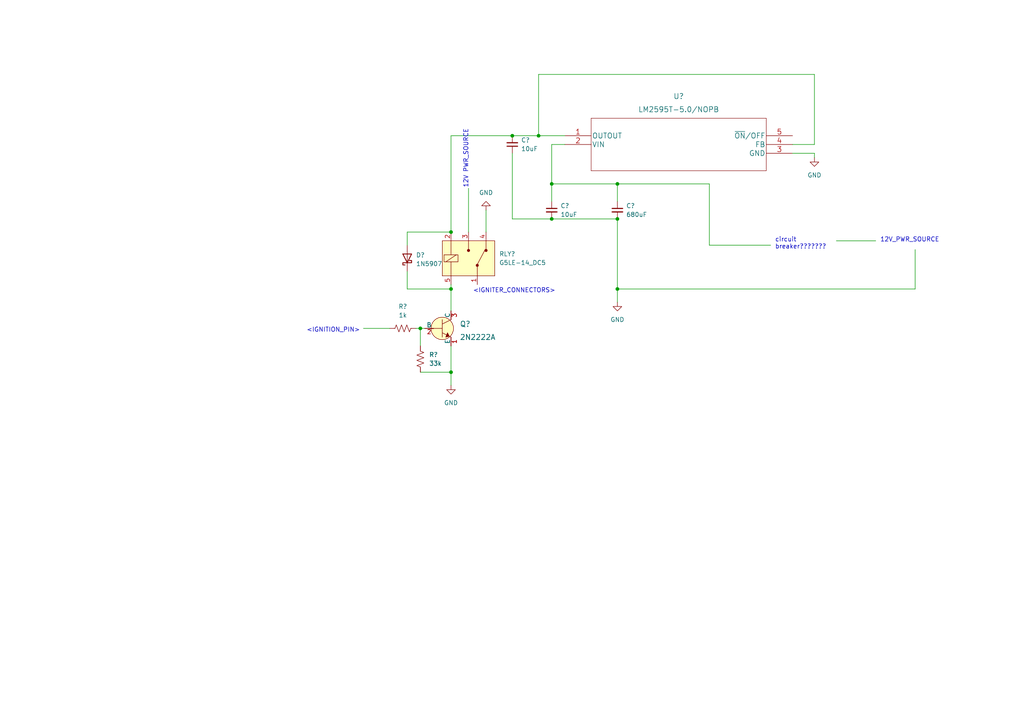
<source format=kicad_sch>
(kicad_sch (version 20211123) (generator eeschema)
  (paper "A4")
  (lib_symbols
    (symbol "Device:C_Small" (pin_numbers hide) (pin_names (offset 0.254) hide)
      (property "Reference" "C" (at 0.254 1.778 0))
      (property "Value" "C_Small" (at 0.254 -2.032 0))
      (symbol "C_Small_0_1"
        (polyline (pts (xy -1.524 -0.508) (xy 1.524 -0.508)) (stroke (width 0.3302)))
        (polyline (pts (xy -1.524 0.508) (xy 1.524 0.508)) (stroke (width 0.3048)))
      )
      (symbol "C_Small_1_1"
        (pin passive line (at 0 2.54 270) (length 2.032) (name "~") (number "1"))
        (pin passive line (at 0 -2.54 90) (length 2.032) (name "~") (number "2"))
      )
    )
    (symbol "Device:R_US" (pin_numbers hide) (pin_names (offset 0))
      (property "Reference" "R" (at 2.54 0 90))
      (property "Value" "R_US" (at -2.54 0 90))
      (symbol "R_US_0_1"
        (polyline (pts (xy 0 -2.286) (xy 0 -2.54)))
        (polyline (pts (xy 0 2.286) (xy 0 2.54)))
        (polyline (pts (xy 0 -0.762) (xy 1.016 -1.143) (xy 0 -1.524) (xy -1.016 -1.905) (xy 0 -2.286)))
        (polyline (pts (xy 0 0.762) (xy 1.016 0.381) (xy 0 0) (xy -1.016 -0.381) (xy 0 -0.762)))
        (polyline (pts (xy 0 2.286) (xy 1.016 1.905) (xy 0 1.524) (xy -1.016 1.143) (xy 0 0.762)))
      )
      (symbol "R_US_1_1"
        (pin passive line (at 0 3.81 270) (length 1.27) (name "~") (number "1"))
        (pin passive line (at 0 -3.81 90) (length 1.27) (name "~") (number "2"))
      )
    )
    (symbol "Diode:1N5822" (pin_numbers hide) (pin_names (offset 1.016) hide)
      (property "Reference" "D" (at 0 2.54 0))
      (property "Value" "1N5822" (at 0 -2.54 0))
      (symbol "1N5822_0_1"
        (polyline (pts (xy 1.27 0) (xy -1.27 0)))
        (polyline (pts (xy 1.27 1.27) (xy 1.27 -1.27) (xy -1.27 0) (xy 1.27 1.27)) (stroke (width 0.254)))
        (polyline (pts (xy -1.905 0.635) (xy -1.905 1.27) (xy -1.27 1.27) (xy -1.27 -1.27) (xy -0.635 -1.27) (xy -0.635 -0.635)) (stroke (width 0.254)))
      )
      (symbol "1N5822_1_1"
        (pin passive line (at -3.81 0 0) (length 2.54) (name "K") (number "1"))
        (pin passive line (at 3.81 0 180) (length 2.54) (name "A") (number "2"))
      )
    )
    (symbol "dk_Power-Relays-Over-2-Amps:G5LE-14_DC5" (pin_names (offset 0) hide)
      (property "Reference" "RLY" (at -8.636 6.858 0))
      (property "Value" "G5LE-14_DC5" (at -8.89 5.08 90))
      (symbol "G5LE-14_DC5_0_1"
        (rectangle (start -7.62 5.08) (end 7.62 -5.08) (fill (type background)))
        (rectangle (start -7.112 1.016) (end -3.048 -1.016))
        (polyline (pts (xy -6.604 -1.016) (xy -3.556 1.016)))
        (polyline (pts (xy -5.08 -5.08) (xy -5.08 -1.016)))
        (polyline (pts (xy -5.08 5.08) (xy -5.08 1.016)))
        (polyline (pts (xy 0 5.08) (xy 0 2.54)))
        (polyline (pts (xy 2.54 -5.08) (xy 2.54 -2.286)))
        (polyline (pts (xy 2.54 -1.778) (xy 4.826 2.54)))
        (polyline (pts (xy 5.08 5.08) (xy 5.08 2.54)))
        (circle (center 0 2.286) (radius 0.3556) (fill (type outline)))
        (circle (center 2.54 -2.032) (radius 0.3556) (fill (type outline)))
        (circle (center 5.08 2.286) (radius 0.3556) (fill (type outline)))
      )
      (symbol "G5LE-14_DC5_1_1"
        (pin passive line (at 2.54 -7.62 90) (length 2.54) (name "COM") (number "1"))
        (pin passive line (at -5.08 7.62 270) (length 2.54) (name "COIL") (number "2"))
        (pin passive line (at 0 7.62 270) (length 2.54) (name "NO") (number "3"))
        (pin passive line (at 5.08 7.62 270) (length 2.54) (name "NC") (number "4"))
        (pin passive line (at -5.08 -7.62 90) (length 2.54) (name "COIL") (number "5"))
      )
    )
    (symbol "dk_Transistors-Bipolar-BJT-Single:2N2222A" (pin_names (offset 0))
      (property "Reference" "Q" (at -3.2004 4.2164 0))
      (property "Value" "2N2222A" (at 5.2324 0 90))
      (symbol "2N2222A_0_1"
        (polyline (pts (xy -3.81 0) (xy -2.54 0)))
        (polyline (pts (xy -3.556 0) (xy 0 0)))
        (polyline (pts (xy 0 -1.27) (xy 2.54 -2.54)))
        (polyline (pts (xy 0 1.27) (xy 2.54 2.54)))
        (polyline (pts (xy 0 2.54) (xy 0 -2.54)))
        (polyline (pts (xy 1.524 -1.27) (xy 2.032 -2.286) (xy 1.016 -2.54) (xy 1.524 -1.27)) (fill (type outline)))
        (circle (center 0 0) (radius 3.2512) (fill (type background)))
      )
      (symbol "2N2222A_1_1"
        (pin passive line (at 2.54 -5.08 90) (length 2.54) (name "E") (number "1"))
        (pin input line (at -5.08 0 0) (length 2.54) (name "B") (number "2"))
        (pin passive line (at 2.54 5.08 270) (length 2.54) (name "C") (number "3"))
      )
    )
    (symbol "power:GND" (power) (pin_names (offset 0))
      (property "Value" "GND" (at 0 -3.81 0))
      (symbol "GND_0_1"
        (polyline (pts (xy 0 0) (xy 0 -1.27) (xy 1.27 -1.27) (xy 0 -2.54) (xy -1.27 -1.27) (xy 0 -1.27)))
      )
      (symbol "GND_1_1"
        (pin power_in line (at 0 0 270) (length 0) hide (name "GND") (number "1"))
      )
    )
    (symbol "voltage_reg:LM2595T-5.0{slash}NOPB" (pin_names (offset 0.254))
      (property "Reference" "U" (at 33.02 10.16 0))
      (property "Value" "LM2595T-5.0{slash}NOPB" (at 33.02 7.62 0))
      (symbol "LM2595T-5.0{slash}NOPB_1_1"
        (polyline (pts (xy 7.62 -10.16) (xy 58.42 -10.16)) (stroke (width 0.127)))
        (polyline (pts (xy 7.62 5.08) (xy 7.62 -10.16)) (stroke (width 0.127)))
        (polyline (pts (xy 58.42 -10.16) (xy 58.42 5.08)) (stroke (width 0.127)))
        (polyline (pts (xy 58.42 5.08) (xy 7.62 5.08)) (stroke (width 0.127)))
        (pin output line (at 0 0 0) (length 7.62) (name "OUTOUT") (number "1"))
        (pin input line (at 0 -2.54 0) (length 7.62) (name "VIN") (number "2"))
        (pin passive line (at 66.04 -5.08 180) (length 7.62) (name "GND") (number "3"))
        (pin passive line (at 66.04 -2.54 180) (length 7.62) (name "FB") (number "4"))
        (pin passive line (at 66.04 0 180) (length 7.62) (name "~{ON}/OFF") (number "5"))
      )
    )
  )
  (junction (at 160.02 63.5))
  (junction (at 160.02 53.34))
  (junction (at 121.92 95.25))
  (junction (at 179.07 83.82))
  (junction (at 130.81 67.31))
  (junction (at 148.59 39.37))
  (junction (at 130.81 83.82))
  (junction (at 130.81 107.95))
  (junction (at 179.07 63.5))
  (junction (at 179.07 53.34))
  (junction (at 156.21 39.37))
  (wire (pts (xy 236.22 44.45) (xy 236.22 45.72)))
  (wire (pts (xy 179.07 83.82) (xy 179.07 87.63)))
  (wire (pts (xy 148.59 63.5) (xy 160.02 63.5)))
  (wire (pts (xy 156.21 21.59) (xy 236.22 21.59)))
  (wire (pts (xy 160.02 41.91) (xy 160.02 53.34)))
  (wire (pts (xy 179.07 83.82) (xy 265.43 83.82)))
  (wire (pts (xy 140.97 60.96) (xy 140.97 67.31)))
  (wire (pts (xy 179.07 63.5) (xy 179.07 83.82)))
  (wire (pts (xy 130.81 67.31) (xy 130.81 39.37)))
  (wire (pts (xy 121.92 95.25) (xy 123.19 95.25)))
  (wire (pts (xy 179.07 53.34) (xy 179.07 58.42)))
  (wire (pts (xy 236.22 41.91) (xy 229.87 41.91)))
  (wire (pts (xy 135.89 54.61) (xy 135.89 67.31)))
  (wire (pts (xy 130.81 39.37) (xy 148.59 39.37)))
  (wire (pts (xy 265.43 72.39) (xy 265.43 83.82)))
  (wire (pts (xy 160.02 53.34) (xy 160.02 58.42)))
  (wire (pts (xy 160.02 41.91) (xy 163.83 41.91)))
  (wire (pts (xy 148.59 44.45) (xy 148.59 63.5)))
  (wire (pts (xy 156.21 39.37) (xy 163.83 39.37)))
  (wire (pts (xy 205.74 53.34) (xy 205.74 71.12)))
  (wire (pts (xy 130.81 82.55) (xy 130.81 83.82)))
  (wire (pts (xy 160.02 63.5) (xy 179.07 63.5)))
  (wire (pts (xy 118.11 67.31) (xy 130.81 67.31)))
  (wire (pts (xy 242.57 69.85) (xy 254 69.85)))
  (wire (pts (xy 121.92 107.95) (xy 130.81 107.95)))
  (wire (pts (xy 156.21 39.37) (xy 156.21 21.59)))
  (wire (pts (xy 205.74 71.12) (xy 223.52 71.12)))
  (wire (pts (xy 130.81 107.95) (xy 130.81 111.76)))
  (wire (pts (xy 229.87 44.45) (xy 236.22 44.45)))
  (wire (pts (xy 130.81 100.33) (xy 130.81 107.95)))
  (wire (pts (xy 130.81 83.82) (xy 130.81 90.17)))
  (wire (pts (xy 121.92 95.25) (xy 121.92 100.33)))
  (wire (pts (xy 148.59 39.37) (xy 156.21 39.37)))
  (wire (pts (xy 118.11 71.12) (xy 118.11 67.31)))
  (wire (pts (xy 118.11 83.82) (xy 130.81 83.82)))
  (wire (pts (xy 236.22 21.59) (xy 236.22 41.91)))
  (wire (pts (xy 179.07 53.34) (xy 205.74 53.34)))
  (wire (pts (xy 120.65 95.25) (xy 121.92 95.25)))
  (wire (pts (xy 118.11 78.74) (xy 118.11 83.82)))
  (wire (pts (xy 105.41 95.25) (xy 113.03 95.25)))
  (wire (pts (xy 160.02 53.34) (xy 179.07 53.34)))
  (text "12V_PWR_SOURCE\n\n" (at 255.27 72.39 0) (effects (font (size 1.27 1.27)) (justify left bottom)))
  (text "12V PWR_SOURCE\n" (at 135.89 54.61 90) (effects (font (size 1.27 1.27)) (justify left bottom)))
  (text "<IGNITER_CONNECTORS>" (at 137.16 85.09 0) (effects (font (size 1.27 1.27)) (justify left bottom)))
  (text "circuit\nbreaker???????\n" (at 224.79 72.39 0) (effects (font (size 1.27 1.27)) (justify left bottom)))
  (text "<IGNITION_PIN>\n" (at 88.9 96.52 0) (effects (font (size 1.27 1.27)) (justify left bottom)))
  (symbol (lib_id "power:GND") (at 179.07 87.63 0) (unit 1)
    (property "Reference" "#PWR?" (effects hide))
    (property "Value" "GND" (at 179.07 92.71 0))
  )
  (symbol (lib_id "Device:C_Small") (at 148.59 41.91 180) (unit 1)
    (property "Reference" "C?" (at 151.13 40.6335 0) (effects (justify right)))
    (property "Value" "10uF" (at 151.13 43.1735 0) (effects (justify right)))
  )
  (symbol (lib_id "Device:C_Small") (at 160.02 60.96 0) (unit 1)
    (property "Reference" "C?" (at 162.56 59.6962 0) (effects (justify left)))
    (property "Value" "10uF" (at 162.56 62.2362 0) (effects (justify left)))
  )
  (symbol (lib_id "Device:C_Small") (at 179.07 60.96 0) (unit 1)
    (property "Reference" "C?" (at 181.61 59.6962 0) (effects (justify left)))
    (property "Value" "680uF" (at 181.61 62.2362 0) (effects (justify left)))
  )
  (symbol (lib_id "power:GND") (at 140.97 60.96 180) (unit 1)
    (property "Reference" "#PWR?" (effects hide))
    (property "Value" "GND" (at 140.97 55.88 0))
  )
  (symbol (lib_id "dk_Power-Relays-Over-2-Amps:G5LE-14_DC5") (at 135.89 74.93 0) (unit 1)
    (property "Reference" "RLY?" (at 144.78 73.6599 0) (effects (justify left)))
    (property "Value" "G5LE-14_DC5" (at 144.78 76.1999 0) (effects (justify left)))
    (property "Footprint" "digikey-footprints:Relay_THT_G5LE-14" (effects hide))
    (property "Datasheet" "https://omronfs.omron.com/en_US/ecb/products/pdf/en-g5le.pdf" (effects hide))
    (property "Digi-Key_PN" "Z1011-ND" (effects hide))
    (property "MPN" "G5LE-14 DC5" (effects hide))
    (property "Category" "Relays" (effects hide))
    (property "Family" "Power Relays, Over 2 Amps" (effects hide))
    (property "DK_Datasheet_Link" "https://omronfs.omron.com/en_US/ecb/products/pdf/en-g5le.pdf" (effects hide))
    (property "DK_Detail_Page" "/product-detail/en/omron-electronics-inc-emc-div/G5LE-14-DC5/Z1011-ND/280371" (effects hide))
    (property "Description" "RELAY GEN PURPOSE SPDT 10A 5V" (effects hide))
    (property "Manufacturer" "Omron Electronics Inc-EMC Div" (effects hide))
    (property "Status" "Active" (effects hide))
  )
  (symbol (lib_id "dk_Transistors-Bipolar-BJT-Single:2N2222A") (at 128.27 95.25 0) (unit 1)
    (property "Reference" "Q?" (at 133.35 93.98 0) (effects (font (size 1.524 1.524)) (justify left)))
    (property "Value" "2N2222A" (at 133.35 97.79 0) (effects (font (size 1.524 1.524)) (justify left)))
    (property "Footprint" "digikey-footprints:TO-18-3" (effects hide))
    (property "Datasheet" "https://my.centralsemi.com/get_document.php?cmp=1&mergetype=pd&mergepath=pd&pdf_id=2N2221A.PDF" (effects hide))
    (property "Digi-Key_PN" "2N2222ACS-ND" (effects hide))
    (property "MPN" "2N2222A" (effects hide))
    (property "Category" "Discrete Semiconductor Products" (effects hide))
    (property "Family" "Transistors - Bipolar (BJT) - Single" (effects hide))
    (property "DK_Datasheet_Link" "https://my.centralsemi.com/get_document.php?cmp=1&mergetype=pd&mergepath=pd&pdf_id=2N2221A.PDF" (effects hide))
    (property "DK_Detail_Page" "/product-detail/en/central-semiconductor-corp/2N2222A/2N2222ACS-ND/4806845" (effects hide))
    (property "Description" "TRANS NPN 40V 0.8A TO-18" (effects hide))
    (property "Manufacturer" "Central Semiconductor Corp" (effects hide))
    (property "Status" "Active" (effects hide))
  )
  (symbol (lib_id "power:GND") (at 130.81 111.76 0) (unit 1)
    (property "Reference" "#PWR?" (effects hide))
    (property "Value" "GND" (at 130.81 116.84 0))
  )
  (symbol (lib_id "voltage_reg:LM2595T-5.0{slash}NOPB") (at 163.83 39.37 0) (unit 1)
    (property "Reference" "U?" (at 196.85 27.94 0) (effects (font (size 1.524 1.524))))
    (property "Value" "LM2595T-5.0/NOPB" (at 196.85 31.75 0) (effects (font (size 1.524 1.524))))
    (property "Footprint" "T05D" (effects hide))
  )
  (symbol (lib_id "Device:R_US") (at 121.92 104.14 0) (unit 1)
    (property "Reference" "R?" (at 124.46 102.8699 0) (effects (justify left)))
    (property "Value" "33k" (at 124.46 105.4099 0) (effects (justify left)))
  )
  (symbol (lib_id "Diode:1N5822") (at 118.11 74.93 90) (unit 1)
    (property "Reference" "D?" (at 120.65 73.9774 90) (effects (justify right)))
    (property "Value" "1N5907" (at 120.65 76.5174 90) (effects (justify right)))
    (property "Footprint" "Diode_THT:D_DO-201AD_P15.24mm_Horizontal" (effects hide))
    (property "Datasheet" "http://www.vishay.com/docs/88526/1n5820.pdf" (effects hide))
  )
  (symbol (lib_id "power:GND") (at 236.22 45.72 0) (unit 1)
    (property "Reference" "#PWR?" (effects hide))
    (property "Value" "GND" (at 236.22 50.8 0))
  )
  (symbol (lib_id "Device:R_US") (at 116.84 95.25 90) (unit 1)
    (property "Reference" "R?" (at 116.84 88.9 90))
    (property "Value" "1k" (at 116.84 91.44 90))
  )
)
</source>
